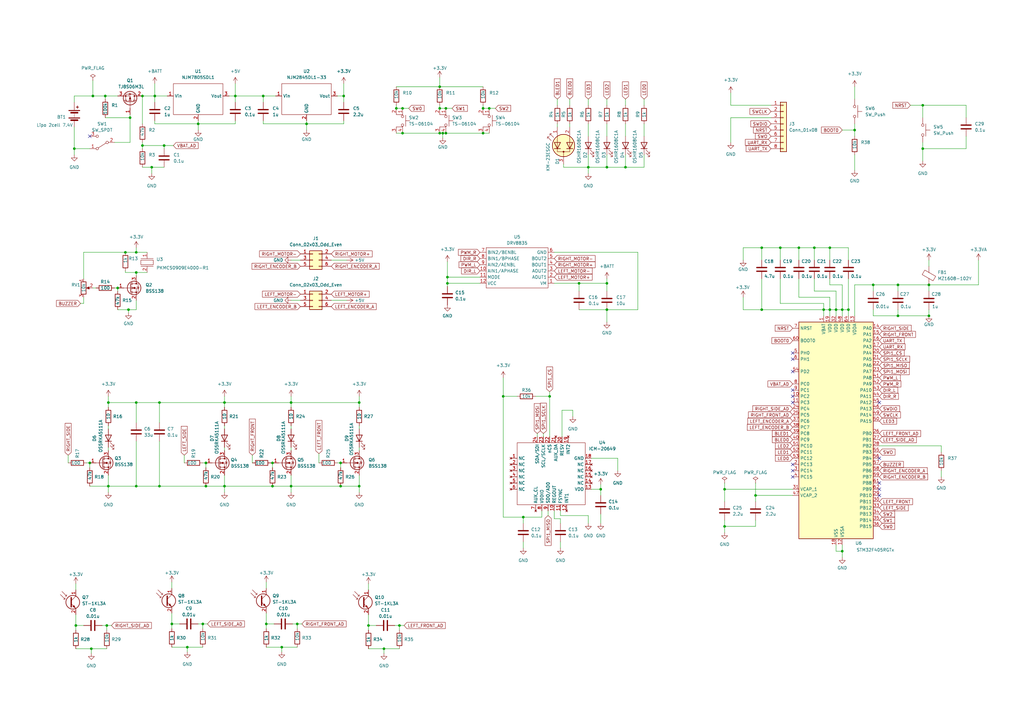
<source format=kicad_sch>
(kicad_sch (version 20230121) (generator eeschema)
  (paper "A3")
  (junction (at 31.115 256.54))
  (junction (at 345.44 127))
  (junction (at 52.705 127))
  (junction (at 65.405 165.1))
  (junction (at 96.52 39.37))
  (junction (at 256.54 68.58))
  (junction (at 43.815 256.54))
  (junction (at 111.76 199.39))
  (junction (at 327.66 101.6))
  (junction (at 55.88 199.39))
  (junction (at 115.57 265.43))
  (junction (at 312.42 101.6))
  (junction (at 340.36 101.6))
  (junction (at 297.18 200.66))
  (junction (at 214.63 212.09))
  (junction (at 381 116.84))
  (junction (at 36.83 189.865))
  (junction (at 140.97 39.37))
  (junction (at 84.455 189.865))
  (junction (at 198.12 44.45))
  (junction (at 44.45 199.39))
  (junction (at 320.04 101.6))
  (junction (at 76.835 265.43))
  (junction (at 180.34 35.56))
  (junction (at 340.36 127))
  (junction (at 350.52 53.34))
  (junction (at 163.83 256.54))
  (junction (at 111.76 189.865))
  (junction (at 165.1 54.61))
  (junction (at 119.38 165.1))
  (junction (at 65.405 199.39))
  (junction (at 368.3 129.54))
  (junction (at 309.88 203.2))
  (junction (at 51.435 103.505))
  (junction (at 38.1 39.37))
  (junction (at 121.92 255.905))
  (junction (at 183.515 116.205))
  (junction (at 157.48 266.065))
  (junction (at 183.515 113.665))
  (junction (at 147.32 199.39))
  (junction (at 381 129.54))
  (junction (at 180.34 44.45))
  (junction (at 55.88 111.76))
  (junction (at 206.375 162.56))
  (junction (at 181.61 54.61))
  (junction (at 55.88 103.505))
  (junction (at 58.42 59.69))
  (junction (at 147.32 165.1))
  (junction (at 378.46 60.96))
  (junction (at 312.42 127))
  (junction (at 58.42 39.37))
  (junction (at 139.7 199.39))
  (junction (at 53.34 48.26))
  (junction (at 368.3 116.84))
  (junction (at 151.13 256.54))
  (junction (at 70.485 255.905))
  (junction (at 165.1 44.45))
  (junction (at 63.5 39.37))
  (junction (at 347.98 127))
  (junction (at 67.31 59.69))
  (junction (at 83.185 255.905))
  (junction (at 84.455 199.39))
  (junction (at 241.3 68.58))
  (junction (at 62.23 68.58))
  (junction (at 48.26 118.11))
  (junction (at 334.01 101.6))
  (junction (at 345.44 226.06))
  (junction (at 119.38 199.39))
  (junction (at 125.73 50.8))
  (junction (at 180.34 54.61))
  (junction (at 248.92 116.205))
  (junction (at 55.88 165.1))
  (junction (at 92.075 165.1))
  (junction (at 358.14 116.84))
  (junction (at 237.49 116.205))
  (junction (at 182.88 54.61))
  (junction (at 43.18 39.37))
  (junction (at 139.7 189.865))
  (junction (at 225.425 162.56))
  (junction (at 109.22 255.905))
  (junction (at 182.88 44.45))
  (junction (at 337.82 127))
  (junction (at 162.56 44.45))
  (junction (at 248.92 68.58))
  (junction (at 342.9 127))
  (junction (at 248.92 127))
  (junction (at 30.48 60.96))
  (junction (at 81.28 50.8))
  (junction (at 107.95 39.37))
  (junction (at 44.45 165.1))
  (junction (at 92.075 199.39))
  (junction (at 200.66 44.45))
  (junction (at 37.465 266.065))
  (junction (at 297.18 215.9))
  (junction (at 378.46 43.18))
  (junction (at 198.12 54.61))
  (junction (at 246.38 200.66))
  (no_connect (at 325.12 144.78))
  (no_connect (at 360.68 198.12))
  (no_connect (at 325.12 195.58))
  (no_connect (at 360.68 200.66))
  (no_connect (at 360.68 165.1))
  (no_connect (at 325.12 152.4))
  (no_connect (at 360.68 203.2))
  (no_connect (at 325.12 162.56))
  (no_connect (at 325.12 193.04))
  (no_connect (at 325.12 165.1))
  (no_connect (at 360.68 187.96))
  (no_connect (at 36.83 55.88))
  (no_connect (at 325.12 160.02))
  (no_connect (at 325.12 190.5))
  (no_connect (at 325.12 147.32))
  (wire (pts (xy 340.36 101.6) (xy 347.98 101.6)))
  (wire (pts (xy 248.92 116.205) (xy 248.92 119.38)))
  (wire (pts (xy 140.97 34.29) (xy 140.97 39.37)))
  (wire (pts (xy 200.66 44.45) (xy 203.2 44.45)))
  (wire (pts (xy 233.68 50.8) (xy 233.68 52.07)))
  (wire (pts (xy 139.7 189.865) (xy 139.7 191.77)))
  (wire (pts (xy 381 127) (xy 381 129.54)))
  (wire (pts (xy 119.38 194.945) (xy 119.38 199.39)))
  (wire (pts (xy 340.36 101.6) (xy 340.36 106.68)))
  (wire (pts (xy 309.88 203.2) (xy 325.12 203.2)))
  (wire (pts (xy 81.28 49.53) (xy 81.28 50.8)))
  (wire (pts (xy 35.56 189.865) (xy 36.83 189.865)))
  (wire (pts (xy 30.48 39.37) (xy 38.1 39.37)))
  (wire (pts (xy 92.075 174.625) (xy 92.075 175.895)))
  (wire (pts (xy 67.31 59.69) (xy 67.31 60.96)))
  (wire (pts (xy 63.5 39.37) (xy 68.58 39.37)))
  (wire (pts (xy 157.48 266.065) (xy 163.83 266.065)))
  (wire (pts (xy 31.115 266.065) (xy 37.465 266.065)))
  (wire (pts (xy 34.29 124.46) (xy 33.02 124.46)))
  (wire (pts (xy 119.38 165.1) (xy 147.32 165.1)))
  (wire (pts (xy 44.45 199.39) (xy 55.88 199.39)))
  (wire (pts (xy 119.38 162.56) (xy 119.38 165.1)))
  (wire (pts (xy 229.87 211.455) (xy 241.3 211.455)))
  (wire (pts (xy 119.38 174.625) (xy 119.38 175.895)))
  (wire (pts (xy 157.48 266.065) (xy 157.48 267.97)))
  (wire (pts (xy 165.1 44.45) (xy 167.64 44.45)))
  (wire (pts (xy 27.94 186.69) (xy 27.94 189.865)))
  (wire (pts (xy 347.98 127) (xy 347.98 129.54)))
  (wire (pts (xy 48.26 118.11) (xy 48.26 119.38)))
  (wire (pts (xy 312.42 101.6) (xy 320.04 101.6)))
  (wire (pts (xy 109.22 238.76) (xy 109.22 241.3)))
  (wire (pts (xy 65.405 165.1) (xy 65.405 173.355)))
  (wire (pts (xy 256.54 50.8) (xy 256.54 55.88)))
  (wire (pts (xy 381 116.84) (xy 401.32 116.84)))
  (wire (pts (xy 309.88 203.2) (xy 309.88 205.74)))
  (wire (pts (xy 261.62 103.505) (xy 261.62 127)))
  (wire (pts (xy 63.5 34.29) (xy 63.5 39.37)))
  (wire (pts (xy 378.46 60.96) (xy 378.46 66.04)))
  (wire (pts (xy 347.98 106.68) (xy 347.98 101.6)))
  (wire (pts (xy 342.9 127) (xy 342.9 129.54)))
  (wire (pts (xy 264.16 50.8) (xy 264.16 55.88)))
  (wire (pts (xy 92.075 183.515) (xy 92.075 184.785)))
  (wire (pts (xy 183.515 116.205) (xy 183.515 117.475)))
  (wire (pts (xy 109.22 251.46) (xy 109.22 255.905)))
  (wire (pts (xy 111.76 189.865) (xy 111.76 191.77)))
  (wire (pts (xy 53.34 48.26) (xy 53.34 58.42)))
  (wire (pts (xy 119.38 183.515) (xy 119.38 184.785)))
  (wire (pts (xy 378.46 58.42) (xy 378.46 60.96)))
  (wire (pts (xy 264.16 40.64) (xy 264.16 43.18)))
  (wire (pts (xy 138.43 39.37) (xy 140.97 39.37)))
  (wire (pts (xy 227.33 212.725) (xy 229.87 212.725)))
  (wire (pts (xy 312.42 114.3) (xy 312.42 127)))
  (wire (pts (xy 107.95 50.8) (xy 125.73 50.8)))
  (wire (pts (xy 109.22 255.905) (xy 112.395 255.905)))
  (wire (pts (xy 368.3 116.84) (xy 368.3 119.38)))
  (wire (pts (xy 161.925 256.54) (xy 163.83 256.54)))
  (wire (pts (xy 30.48 60.96) (xy 36.83 60.96)))
  (wire (pts (xy 163.83 256.54) (xy 163.83 258.445)))
  (wire (pts (xy 350.52 50.8) (xy 350.52 53.34)))
  (wire (pts (xy 67.31 59.69) (xy 71.12 59.69)))
  (wire (pts (xy 340.36 121.92) (xy 340.36 127)))
  (wire (pts (xy 55.88 123.19) (xy 55.88 127)))
  (wire (pts (xy 304.8 127) (xy 312.42 127)))
  (wire (pts (xy 256.54 68.58) (xy 248.92 68.58)))
  (wire (pts (xy 92.075 165.1) (xy 119.38 165.1)))
  (wire (pts (xy 368.3 116.84) (xy 381 116.84)))
  (wire (pts (xy 44.45 174.625) (xy 44.45 175.895)))
  (wire (pts (xy 46.99 118.11) (xy 48.26 118.11)))
  (wire (pts (xy 140.97 39.37) (xy 140.97 41.91)))
  (wire (pts (xy 345.44 127) (xy 347.98 127)))
  (wire (pts (xy 180.34 54.61) (xy 181.61 54.61)))
  (wire (pts (xy 222.25 212.09) (xy 214.63 212.09)))
  (wire (pts (xy 345.44 53.34) (xy 350.52 53.34)))
  (wire (pts (xy 81.28 50.8) (xy 96.52 50.8)))
  (wire (pts (xy 147.32 162.56) (xy 147.32 165.1)))
  (wire (pts (xy 44.45 162.56) (xy 44.45 165.1)))
  (wire (pts (xy 51.435 111.125) (xy 51.435 111.76)))
  (wire (pts (xy 358.14 127) (xy 358.14 129.54)))
  (wire (pts (xy 206.375 212.09) (xy 214.63 212.09)))
  (wire (pts (xy 248.92 63.5) (xy 248.92 68.58)))
  (wire (pts (xy 241.3 68.58) (xy 241.3 71.12)))
  (wire (pts (xy 44.45 165.1) (xy 55.88 165.1)))
  (wire (pts (xy 151.13 252.095) (xy 151.13 256.54)))
  (wire (pts (xy 256.54 63.5) (xy 256.54 68.58)))
  (wire (pts (xy 368.3 129.54) (xy 381 129.54)))
  (wire (pts (xy 320.04 101.6) (xy 320.04 106.68)))
  (wire (pts (xy 299.72 48.26) (xy 299.72 58.42)))
  (wire (pts (xy 320.04 124.46) (xy 337.82 124.46)))
  (wire (pts (xy 30.48 52.07) (xy 30.48 60.96)))
  (wire (pts (xy 345.44 223.52) (xy 345.44 226.06)))
  (wire (pts (xy 386.08 182.88) (xy 386.08 185.42)))
  (wire (pts (xy 151.13 266.065) (xy 157.48 266.065)))
  (wire (pts (xy 31.115 256.54) (xy 31.115 258.445)))
  (wire (pts (xy 242.57 187.96) (xy 253.365 187.96)))
  (wire (pts (xy 58.42 59.69) (xy 58.42 60.96)))
  (wire (pts (xy 147.32 165.1) (xy 147.32 167.005)))
  (wire (pts (xy 340.36 127) (xy 340.36 129.54)))
  (wire (pts (xy 30.48 41.91) (xy 30.48 39.37)))
  (wire (pts (xy 220.345 177.8) (xy 220.345 179.07)))
  (wire (pts (xy 228.6 50.8) (xy 228.6 52.07)))
  (wire (pts (xy 151.13 256.54) (xy 151.13 258.445)))
  (wire (pts (xy 58.42 59.69) (xy 67.31 59.69)))
  (wire (pts (xy 162.56 54.61) (xy 165.1 54.61)))
  (wire (pts (xy 241.3 63.5) (xy 241.3 68.58)))
  (wire (pts (xy 63.5 50.8) (xy 81.28 50.8)))
  (wire (pts (xy 51.435 111.76) (xy 55.88 111.76)))
  (wire (pts (xy 55.88 103.505) (xy 60.325 103.505)))
  (wire (pts (xy 115.57 265.43) (xy 121.92 265.43)))
  (wire (pts (xy 206.375 162.56) (xy 206.375 212.09)))
  (wire (pts (xy 139.7 199.39) (xy 147.32 199.39)))
  (wire (pts (xy 162.56 43.18) (xy 162.56 44.45)))
  (wire (pts (xy 125.73 50.8) (xy 125.73 53.34)))
  (wire (pts (xy 151.13 239.395) (xy 151.13 241.935)))
  (wire (pts (xy 304.8 121.92) (xy 304.8 127)))
  (wire (pts (xy 44.45 183.515) (xy 44.45 184.785)))
  (wire (pts (xy 55.88 199.39) (xy 65.405 199.39)))
  (wire (pts (xy 76.835 265.43) (xy 76.835 267.335)))
  (wire (pts (xy 320.04 101.6) (xy 327.66 101.6)))
  (wire (pts (xy 229.87 209.55) (xy 229.87 211.455)))
  (wire (pts (xy 58.42 39.37) (xy 58.42 50.8)))
  (wire (pts (xy 224.79 209.55) (xy 224.79 211.455)))
  (wire (pts (xy 373.38 43.18) (xy 378.46 43.18)))
  (wire (pts (xy 237.49 127) (xy 248.92 127)))
  (wire (pts (xy 225.425 160.655) (xy 225.425 162.56)))
  (wire (pts (xy 65.405 180.975) (xy 65.405 199.39)))
  (wire (pts (xy 381 116.84) (xy 381 119.38)))
  (wire (pts (xy 109.22 255.905) (xy 109.22 257.81)))
  (wire (pts (xy 401.32 116.84) (xy 401.32 106.68)))
  (wire (pts (xy 312.42 127) (xy 337.82 127)))
  (wire (pts (xy 36.83 199.39) (xy 44.45 199.39)))
  (wire (pts (xy 214.63 222.25) (xy 214.63 224.79)))
  (wire (pts (xy 342.9 127) (xy 345.44 127)))
  (wire (pts (xy 231.14 68.58) (xy 231.14 67.31)))
  (wire (pts (xy 65.405 165.1) (xy 92.075 165.1)))
  (wire (pts (xy 37.465 266.065) (xy 37.465 267.97)))
  (wire (pts (xy 340.36 101.6) (xy 334.01 101.6)))
  (wire (pts (xy 53.34 46.99) (xy 53.34 48.26)))
  (wire (pts (xy 206.375 162.56) (xy 212.09 162.56)))
  (wire (pts (xy 121.92 255.905) (xy 123.825 255.905)))
  (wire (pts (xy 43.815 256.54) (xy 45.72 256.54)))
  (wire (pts (xy 198.12 43.18) (xy 198.12 44.45)))
  (wire (pts (xy 70.485 238.76) (xy 70.485 241.3)))
  (wire (pts (xy 246.38 198.755) (xy 246.38 200.66)))
  (wire (pts (xy 52.705 127) (xy 48.26 127)))
  (wire (pts (xy 34.29 103.505) (xy 34.29 114.3)))
  (wire (pts (xy 84.455 189.865) (xy 84.455 191.77)))
  (wire (pts (xy 183.515 116.205) (xy 196.85 116.205)))
  (wire (pts (xy 237.49 116.205) (xy 248.92 116.205)))
  (wire (pts (xy 378.46 60.96) (xy 396.24 60.96)))
  (wire (pts (xy 180.34 44.45) (xy 182.88 44.45)))
  (wire (pts (xy 246.38 200.66) (xy 246.38 203.2)))
  (wire (pts (xy 214.63 212.09) (xy 214.63 214.63)))
  (wire (pts (xy 180.34 35.56) (xy 198.12 35.56)))
  (wire (pts (xy 242.57 200.66) (xy 246.38 200.66)))
  (wire (pts (xy 63.5 39.37) (xy 63.5 41.91)))
  (wire (pts (xy 219.71 162.56) (xy 225.425 162.56)))
  (wire (pts (xy 350.52 53.34) (xy 350.52 55.88)))
  (wire (pts (xy 181.61 54.61) (xy 181.61 56.515)))
  (wire (pts (xy 309.88 198.12) (xy 309.88 203.2)))
  (wire (pts (xy 325.12 200.66) (xy 297.18 200.66)))
  (wire (pts (xy 38.1 118.11) (xy 39.37 118.11)))
  (wire (pts (xy 76.835 265.43) (xy 83.185 265.43)))
  (wire (pts (xy 230.505 179.07) (xy 230.505 168.275)))
  (wire (pts (xy 230.505 168.275) (xy 234.95 168.275)))
  (wire (pts (xy 246.38 210.82) (xy 246.38 214.63)))
  (wire (pts (xy 51.435 103.505) (xy 34.29 103.505)))
  (wire (pts (xy 342.9 119.38) (xy 342.9 127)))
  (wire (pts (xy 334.01 101.6) (xy 327.66 101.6)))
  (wire (pts (xy 299.72 38.1) (xy 299.72 43.18)))
  (wire (pts (xy 130.81 186.055) (xy 130.81 189.865)))
  (wire (pts (xy 248.92 127) (xy 248.92 132.08)))
  (wire (pts (xy 55.88 127) (xy 52.705 127)))
  (wire (pts (xy 83.185 189.865) (xy 84.455 189.865)))
  (wire (pts (xy 396.24 48.26) (xy 396.24 43.18)))
  (wire (pts (xy 241.3 40.64) (xy 241.3 43.18)))
  (wire (pts (xy 334.01 119.38) (xy 342.9 119.38)))
  (wire (pts (xy 151.13 256.54) (xy 154.305 256.54)))
  (wire (pts (xy 43.18 39.37) (xy 43.18 40.64)))
  (wire (pts (xy 163.83 256.54) (xy 165.735 256.54)))
  (wire (pts (xy 320.04 114.3) (xy 320.04 124.46)))
  (wire (pts (xy 41.91 256.54) (xy 43.815 256.54)))
  (wire (pts (xy 30.48 60.96) (xy 30.48 63.5)))
  (wire (pts (xy 111.76 199.39) (xy 119.38 199.39)))
  (wire (pts (xy 92.075 199.39) (xy 111.76 199.39)))
  (wire (pts (xy 38.1 39.37) (xy 43.18 39.37)))
  (wire (pts (xy 229.87 222.25) (xy 229.87 224.79)))
  (wire (pts (xy 81.28 50.8) (xy 81.28 53.34)))
  (wire (pts (xy 222.25 209.55) (xy 222.25 212.09)))
  (wire (pts (xy 55.88 180.975) (xy 55.88 199.39)))
  (wire (pts (xy 135.89 123.19) (xy 142.24 123.19)))
  (wire (pts (xy 345.44 127) (xy 345.44 129.54)))
  (wire (pts (xy 96.52 39.37) (xy 96.52 41.91)))
  (wire (pts (xy 228.6 40.64) (xy 228.6 43.18)))
  (wire (pts (xy 396.24 43.18) (xy 378.46 43.18)))
  (wire (pts (xy 58.42 58.42) (xy 58.42 59.69)))
  (wire (pts (xy 96.52 49.53) (xy 96.52 50.8)))
  (wire (pts (xy 119.38 165.1) (xy 119.38 167.005)))
  (wire (pts (xy 83.185 255.905) (xy 83.185 257.81)))
  (wire (pts (xy 182.88 44.45) (xy 185.42 44.45)))
  (wire (pts (xy 297.18 213.36) (xy 297.18 215.9)))
  (wire (pts (xy 147.32 199.39) (xy 147.32 201.93)))
  (wire (pts (xy 297.18 215.9) (xy 297.18 218.44)))
  (wire (pts (xy 121.92 255.905) (xy 121.92 257.81)))
  (wire (pts (xy 55.88 101.6) (xy 55.88 103.505)))
  (wire (pts (xy 227.33 209.55) (xy 227.33 212.725)))
  (wire (pts (xy 334.01 101.6) (xy 334.01 106.68)))
  (wire (pts (xy 125.73 50.8) (xy 140.97 50.8)))
  (wire (pts (xy 51.435 103.505) (xy 55.88 103.505)))
  (wire (pts (xy 43.18 48.26) (xy 53.34 48.26)))
  (wire (pts (xy 107.95 49.53) (xy 107.95 50.8)))
  (wire (pts (xy 46.99 58.42) (xy 53.34 58.42)))
  (wire (pts (xy 70.485 255.905) (xy 70.485 257.81)))
  (wire (pts (xy 75.565 186.69) (xy 75.565 189.865)))
  (wire (pts (xy 92.075 162.56) (xy 92.075 165.1)))
  (wire (pts (xy 241.3 68.58) (xy 231.14 68.58)))
  (wire (pts (xy 261.62 127) (xy 248.92 127)))
  (wire (pts (xy 345.44 226.06) (xy 345.44 228.6)))
  (wire (pts (xy 83.185 255.905) (xy 85.09 255.905)))
  (wire (pts (xy 327.66 114.3) (xy 327.66 121.92)))
  (wire (pts (xy 65.405 199.39) (xy 84.455 199.39)))
  (wire (pts (xy 52.705 127) (xy 52.705 128.27)))
  (wire (pts (xy 386.08 193.04) (xy 386.08 195.58)))
  (wire (pts (xy 120.015 255.905) (xy 121.92 255.905)))
  (wire (pts (xy 135.89 106.68) (xy 142.24 106.68)))
  (wire (pts (xy 63.5 49.53) (xy 63.5 50.8)))
  (wire (pts (xy 55.88 111.76) (xy 55.88 113.03)))
  (wire (pts (xy 358.14 116.84) (xy 368.3 116.84)))
  (wire (pts (xy 309.88 213.36) (xy 309.88 215.9)))
  (wire (pts (xy 37.465 266.065) (xy 43.815 266.065)))
  (wire (pts (xy 182.88 54.61) (xy 198.12 54.61)))
  (wire (pts (xy 340.36 114.3) (xy 340.36 116.84)))
  (wire (pts (xy 44.45 194.945) (xy 44.45 199.39)))
  (wire (pts (xy 138.43 189.865) (xy 139.7 189.865)))
  (wire (pts (xy 31.115 239.395) (xy 31.115 241.935)))
  (wire (pts (xy 111.125 189.865) (xy 111.76 189.865)))
  (wire (pts (xy 327.66 101.6) (xy 327.66 106.68)))
  (wire (pts (xy 180.34 43.18) (xy 180.34 44.45)))
  (wire (pts (xy 312.42 101.6) (xy 304.8 101.6)))
  (wire (pts (xy 327.66 121.92) (xy 340.36 121.92)))
  (wire (pts (xy 147.32 183.515) (xy 147.32 184.785)))
  (wire (pts (xy 96.52 34.29) (xy 96.52 39.37)))
  (wire (pts (xy 334.01 114.3) (xy 334.01 119.38)))
  (wire (pts (xy 44.45 165.1) (xy 44.45 167.005)))
  (wire (pts (xy 198.12 44.45) (xy 200.66 44.45)))
  (wire (pts (xy 107.95 39.37) (xy 113.03 39.37)))
  (wire (pts (xy 70.485 265.43) (xy 76.835 265.43)))
  (wire (pts (xy 125.73 49.53) (xy 125.73 50.8)))
  (wire (pts (xy 378.46 43.18) (xy 378.46 48.26)))
  (wire (pts (xy 299.72 48.26) (xy 316.23 48.26)))
  (wire (pts (xy 225.425 162.56) (xy 225.425 179.07)))
  (wire (pts (xy 38.1 33.02) (xy 38.1 39.37)))
  (wire (pts (xy 358.14 116.84) (xy 358.14 119.38)))
  (wire (pts (xy 253.365 187.96) (xy 253.365 193.04)))
  (wire (pts (xy 70.485 255.905) (xy 73.66 255.905)))
  (wire (pts (xy 183.515 107.315) (xy 183.515 113.665)))
  (wire (pts (xy 55.88 165.1) (xy 55.88 173.355)))
  (wire (pts (xy 147.32 174.625) (xy 147.32 175.895)))
  (wire (pts (xy 264.16 63.5) (xy 264.16 68.58)))
  (wire (pts (xy 162.56 44.45) (xy 165.1 44.45)))
  (wire (pts (xy 350.52 129.54) (xy 350.52 116.84)))
  (wire (pts (xy 304.8 101.6) (xy 304.8 106.68)))
  (wire (pts (xy 62.23 68.58) (xy 62.23 71.12)))
  (wire (pts (xy 248.92 40.64) (xy 248.92 43.18)))
  (wire (pts (xy 198.12 54.61) (xy 200.66 54.61)))
  (wire (pts (xy 241.3 211.455) (xy 241.3 214.63)))
  (wire (pts (xy 96.52 39.37) (xy 107.95 39.37)))
  (wire (pts (xy 234.95 168.275) (xy 234.95 170.815)))
  (wire (pts (xy 350.52 35.56) (xy 350.52 40.64)))
  (wire (pts (xy 48.26 39.37) (xy 43.18 39.37)))
  (wire (pts (xy 55.88 165.1) (xy 65.405 165.1)))
  (wire (pts (xy 206.375 154.94) (xy 206.375 162.56)))
  (wire (pts (xy 181.61 54.61) (xy 182.88 54.61)))
  (wire (pts (xy 70.485 251.46) (xy 70.485 255.905)))
  (wire (pts (xy 340.36 116.84) (xy 345.44 116.84)))
  (wire (pts (xy 297.18 198.12) (xy 297.18 200.66)))
  (wire (pts (xy 337.82 127) (xy 337.82 129.54)))
  (wire (pts (xy 337.82 127) (xy 340.36 127)))
  (wire (pts (xy 360.68 182.88) (xy 386.08 182.88)))
  (wire (pts (xy 299.72 43.18) (xy 316.23 43.18)))
  (wire (pts (xy 350.52 116.84) (xy 358.14 116.84)))
  (wire (pts (xy 31.115 256.54) (xy 34.29 256.54)))
  (wire (pts (xy 368.3 127) (xy 368.3 129.54)))
  (wire (pts (xy 342.9 226.06) (xy 345.44 226.06)))
  (wire (pts (xy 183.515 113.665) (xy 183.515 116.205)))
  (wire (pts (xy 92.075 194.945) (xy 92.075 199.39)))
  (wire (pts (xy 115.57 265.43) (xy 115.57 267.335)))
  (wire (pts (xy 44.45 199.39) (xy 44.45 201.93)))
  (wire (pts (xy 248.92 68.58) (xy 241.3 68.58)))
  (wire (pts (xy 147.32 194.945) (xy 147.32 199.39)))
  (wire (pts (xy 119.38 106.68) (xy 123.19 106.68)))
  (wire (pts (xy 55.88 111.76) (xy 60.325 111.76)))
  (wire (pts (xy 297.18 200.66) (xy 297.18 205.74)))
  (wire (pts (xy 396.24 60.96) (xy 396.24 55.88)))
  (wire (pts (xy 345.44 116.84) (xy 345.44 127)))
  (wire (pts (xy 103.505 186.69) (xy 103.505 189.865)))
  (wire (pts (xy 342.9 223.52) (xy 342.9 226.06)))
  (wire (pts (xy 92.075 199.39) (xy 92.075 201.93)))
  (wire (pts (xy 233.68 40.64) (xy 233.68 43.18)))
  (wire (pts (xy 309.88 215.9) (xy 297.18 215.9)))
  (wire (pts (xy 358.14 129.54) (xy 368.3 129.54)))
  (wire (pts (xy 93.98 39.37) (xy 96.52 39.37)))
  (wire (pts (xy 109.22 265.43) (xy 115.57 265.43)))
  (wire (pts (xy 84.455 199.39) (xy 92.075 199.39)))
  (wire (pts (xy 36.83 189.865) (xy 36.83 191.77)))
  (wire (pts (xy 227.33 116.205) (xy 237.49 116.205)))
  (wire (pts (xy 350.52 63.5) (xy 350.52 69.85)))
  (wire (pts (xy 241.3 50.8) (xy 241.3 55.88)))
  (wire (pts (xy 312.42 101.6) (xy 312.42 106.68)))
  (wire (pts (xy 140.97 49.53) (xy 140.97 50.8)))
  (wire (pts (xy 92.075 165.1) (xy 92.075 167.005)))
  (wire (pts (xy 256.54 40.64) (xy 256.54 43.18)))
  (wire (pts (xy 81.28 255.905) (xy 83.185 255.905)))
  (wire (pts (xy 248.92 50.8) (xy 248.92 55.88)))
  (wire (pts (xy 381 106.68) (xy 381 109.22)))
  (wire (pts (xy 119.38 199.39) (xy 119.38 201.93)))
  (wire (pts (xy 162.56 35.56) (xy 180.34 35.56)))
  (wire (pts (xy 180.34 31.75) (xy 180.34 35.56)))
  (wire (pts (xy 222.885 177.8) (xy 222.885 179.07)))
  (wire (pts (xy 43.815 256.54) (xy 43.815 258.445)))
  (wire (pts (xy 347.98 114.3) (xy 347.98 127)))
  (wire (pts (xy 227.33 103.505) (xy 261.62 103.505)))
  (wire (pts (xy 165.1 54.61) (xy 180.34 54.61)))
  (wire (pts (xy 248.92 114.3) (xy 248.92 116.205)))
  (wire (pts (xy 34.29 121.92) (xy 34.29 124.46)))
  (wire (pts (xy 107.95 41.91) (xy 107.95 39.37)))
  (wire (pts (xy 340.36 127) (xy 342.9 127)))
  (wire (pts (xy 58.42 39.37) (xy 63.5 39.37)))
  (wire (pts (xy 119.38 123.19) (xy 123.19 123.19)))
  (wire (pts (xy 337.82 124.46) (xy 337.82 127)))
  (wire (pts (xy 119.38 199.39) (xy 139.7 199.39)))
  (wire (pts (xy 237.49 116.205) (xy 237.49 119.38)))
  (wire (pts (xy 31.115 252.095) (xy 31.115 256.54)))
  (wire (pts (xy 229.87 212.725) (xy 229.87 214.63)))
  (wire (pts (xy 62.23 68.58) (xy 67.31 68.58)))
  (wire (pts (xy 264.16 68.58) (xy 256.54 68.58)))
  (wire (pts (xy 183.515 113.665) (xy 196.85 113.665)))
  (wire (pts (xy 58.42 68.58) (xy 62.23 68.58)))
  (global_label "NRST" (shape input) (at 316.23 53.34 180) (property "Intersheetrefs" "${INTERSHEET_REFS}" (effects hide)))
  (global_label "RIGHT_ENCODER_B" (shape input) (at 123.19 109.22 180) (property "Intersheetrefs" "${INTERSHEET_REFS}" (effects hide)))
  (global_label "LED0" (shape input) (at 325.12 187.96 180) (property "Intersheetrefs" "${INTERSHEET_REFS}" (effects hide)))
  (global_label "NRST" (shape input) (at 373.38 43.18 180) (property "Intersheetrefs" "${INTERSHEET_REFS}" (effects hide)))
  (global_label "RIGHT_MOTOR-" (shape input) (at 227.33 106.045 0) (property "Intersheetrefs" "${INTERSHEET_REFS}" (effects hide)))
  (global_label "SPI1_MISO" (shape input) (at 224.79 211.455 270) (property "Intersheetrefs" "${INTERSHEET_REFS}" (effects hide)))
  (global_label "BLED1" (shape input) (at 325.12 177.8 180) (property "Intersheetrefs" "${INTERSHEET_REFS}" (effects hide)))
  (global_label "NRST" (shape input) (at 325.12 134.62 180) (property "Intersheetrefs" "${INTERSHEET_REFS}" (effects hide)))
  (global_label "SPI1_SCLK" (shape input) (at 360.68 147.32 0) (property "Intersheetrefs" "${INTERSHEET_REFS}" (effects hide)))
  (global_label "RIGHT_FRONT" (shape input) (at 103.505 186.69 90) (property "Intersheetrefs" "${INTERSHEET_REFS}" (effects hide)))
  (global_label "PWM_R" (shape input) (at 360.68 157.48 0) (property "Intersheetrefs" "${INTERSHEET_REFS}" (effects hide)))
  (global_label "SPI1_CS" (shape input) (at 225.425 160.655 90) (property "Intersheetrefs" "${INTERSHEET_REFS}" (effects hide)))
  (global_label "RIGHT_MOTOR-" (shape input) (at 123.19 104.14 180) (property "Intersheetrefs" "${INTERSHEET_REFS}" (effects hide)))
  (global_label "LEFT_MOTOR+" (shape input) (at 227.33 113.665 0) (property "Intersheetrefs" "${INTERSHEET_REFS}" (effects hide)))
  (global_label "LED3" (shape input) (at 241.3 40.64 90) (property "Intersheetrefs" "${INTERSHEET_REFS}" (effects hide)))
  (global_label "SW1" (shape input) (at 185.42 44.45 0) (property "Intersheetrefs" "${INTERSHEET_REFS}" (effects hide)))
  (global_label "LEFT_FRONT_AD" (shape input) (at 165.735 256.54 0) (property "Intersheetrefs" "${INTERSHEET_REFS}" (effects hide)))
  (global_label "VBAT_AD" (shape input) (at 325.12 157.48 180) (property "Intersheetrefs" "${INTERSHEET_REFS}" (effects hide)))
  (global_label "LEFT_MOTOR-" (shape input) (at 123.19 120.65 180) (property "Intersheetrefs" "${INTERSHEET_REFS}" (effects hide)))
  (global_label "SPI1_CS" (shape input) (at 360.68 144.78 0) (property "Intersheetrefs" "${INTERSHEET_REFS}" (effects hide)))
  (global_label "SPI1_SCLK" (shape input) (at 222.885 177.8 90) (property "Intersheetrefs" "${INTERSHEET_REFS}" (effects hide)))
  (global_label "BOOT0" (shape input) (at 325.12 139.7 180) (property "Intersheetrefs" "${INTERSHEET_REFS}" (effects hide)))
  (global_label "LEFT_FRONT_AD" (shape input) (at 360.68 177.8 0) (property "Intersheetrefs" "${INTERSHEET_REFS}" (effects hide)))
  (global_label "LEFT_SIDE" (shape input) (at 75.565 186.69 90) (property "Intersheetrefs" "${INTERSHEET_REFS}" (effects hide)))
  (global_label "LEFT_SIDE" (shape input) (at 360.68 208.28 0) (property "Intersheetrefs" "${INTERSHEET_REFS}" (effects hide)))
  (global_label "UART_TX" (shape input) (at 360.68 139.7 0) (property "Intersheetrefs" "${INTERSHEET_REFS}" (effects hide)))
  (global_label "RIGHT_FRONT_AD" (shape input) (at 325.12 170.18 180) (property "Intersheetrefs" "${INTERSHEET_REFS}" (effects hide)))
  (global_label "BLED0" (shape input) (at 233.68 40.64 90) (property "Intersheetrefs" "${INTERSHEET_REFS}" (effects hide)))
  (global_label "RIGHT_ENCODER_A" (shape input) (at 360.68 193.04 0) (property "Intersheetrefs" "${INTERSHEET_REFS}" (effects hide)))
  (global_label "SW0" (shape input) (at 167.64 44.45 0) (property "Intersheetrefs" "${INTERSHEET_REFS}" (effects hide)))
  (global_label "SW2" (shape input) (at 203.2 44.45 0) (property "Intersheetrefs" "${INTERSHEET_REFS}" (effects hide)))
  (global_label "LEFT_SIDE_AD" (shape input) (at 85.09 255.905 0) (property "Intersheetrefs" "${INTERSHEET_REFS}" (effects hide)))
  (global_label "PWM_L" (shape input) (at 360.68 154.94 0) (property "Intersheetrefs" "${INTERSHEET_REFS}" (effects hide)))
  (global_label "LEFT_ENCODER_B" (shape input) (at 123.19 125.73 180) (property "Intersheetrefs" "${INTERSHEET_REFS}" (effects hide)))
  (global_label "DIR_R" (shape input) (at 360.68 162.56 0) (property "Intersheetrefs" "${INTERSHEET_REFS}" (effects hide)))
  (global_label "UART_RX" (shape input) (at 360.68 142.24 0) (property "Intersheetrefs" "${INTERSHEET_REFS}" (effects hide)))
  (global_label "UART_RX" (shape input) (at 316.23 58.42 180) (property "Intersheetrefs" "${INTERSHEET_REFS}" (effects hide)))
  (global_label "SPI1_MOSI" (shape input) (at 360.68 152.4 0) (property "Intersheetrefs" "${INTERSHEET_REFS}" (effects hide)))
  (global_label "RIGHT_MOTOR+" (shape input) (at 227.33 108.585 0) (property "Intersheetrefs" "${INTERSHEET_REFS}" (effects hide)))
  (global_label "LEFT_ENCODER_A" (shape input) (at 325.12 172.72 180) (property "Intersheetrefs" "${INTERSHEET_REFS}" (effects hide)))
  (global_label "RIGHT_SIDE" (shape input) (at 360.68 134.62 0) (property "Intersheetrefs" "${INTERSHEET_REFS}" (effects hide)))
  (global_label "BLED0" (shape input) (at 325.12 180.34 180) (property "Intersheetrefs" "${INTERSHEET_REFS}" (effects hide)))
  (global_label "SWCLK" (shape input) (at 360.68 170.18 0) (property "Intersheetrefs" "${INTERSHEET_REFS}" (effects hide)))
  (global_label "SPI1_MISO" (shape input) (at 360.68 149.86 0) (property "Intersheetrefs" "${INTERSHEET_REFS}" (effects hide)))
  (global_label "RIGHT_FRONT_AD" (shape input) (at 123.825 255.905 0) (property "Intersheetrefs" "${INTERSHEET_REFS}" (effects hide)))
  (global_label "LEFT_MOTOR-" (shape input) (at 227.33 111.125 0) (property "Intersheetrefs" "${INTERSHEET_REFS}" (effects hide)))
  (global_label "LED1" (shape input) (at 325.12 185.42 180) (property "Intersheetrefs" "${INTERSHEET_REFS}" (effects hide)))
  (global_label "SW1" (shape input) (at 360.68 213.36 0) (property "Intersheetrefs" "${INTERSHEET_REFS}" (effects hide)))
  (global_label "LED3" (shape input) (at 360.68 172.72 0) (property "Intersheetrefs" "${INTERSHEET_REFS}" (effects hide)))
  (global_label "BLED1" (shape input) (at 228.6 40.64 90) (property "Intersheetrefs" "${INTERSHEET_REFS}" (effects hide)))
  (global_label "SWDIO" (shape input) (at 360.68 167.64 0) (property "Intersheetrefs" "${INTERSHEET_REFS}" (effects hide)))
  (global_label "PWM_L" (shape input) (at 196.85 108.585 180) (property "Intersheetrefs" "${INTERSHEET_REFS}" (effects hide)))
  (global_label "BOOT0" (shape input) (at 345.44 53.34 180) (property "Intersheetrefs" "${INTERSHEET_REFS}" (effects hide)))
  (global_label "LEFT_SIDE_AD" (shape input) (at 360.68 180.34 0) (property "Intersheetrefs" "${INTERSHEET_REFS}" (effects hide)))
  (global_label "RIGHT_ENCODER_A" (shape input) (at 135.89 109.22 0) (property "Intersheetrefs" "${INTERSHEET_REFS}" (effects hide)))
  (global_label "LED0" (shape input) (at 264.16 40.64 90) (property "Intersheetrefs" "${INTERSHEET_REFS}" (effects hide)))
  (global_label "RIGHT_SIDE_AD" (shape input) (at 45.72 256.54 0) (property "Intersheetrefs" "${INTERSHEET_REFS}" (effects hide)))
  (global_label "VBAT_AD" (shape input) (at 71.12 59.69 0) (property "Intersheetrefs" "${INTERSHEET_REFS}" (effects hide)))
  (global_label "BUZZER" (shape input) (at 360.68 190.5 0) (property "Intersheetrefs" "${INTERSHEET_REFS}" (effects hide)))
  (global_label "SPI1_MOSI" (shape input) (at 220.345 177.8 90) (property "Intersheetrefs" "${INTERSHEET_REFS}" (effects hide)))
  (global_label "RIGHT_ENCODER_B" (shape input) (at 360.68 195.58 0) (property "Intersheetrefs" "${INTERSHEET_REFS}" (effects hide)))
  (global_label "LEFT_ENCODER_A" (shape input) (at 135.89 125.73 0) (property "Intersheetrefs" "${INTERSHEET_REFS}" (effects hide)))
  (global_label "SWDIO" (shape input) (at 316.23 50.8 180) (property "Intersheetrefs" "${INTERSHEET_REFS}" (effects hide)))
  (global_label "RIGHT_SIDE" (shape input) (at 27.94 186.69 90) (property "Intersheetrefs" "${INTERSHEET_REFS}" (effects hide)))
  (global_label "DIR_L" (shape input) (at 196.85 111.125 180) (property "Intersheetrefs" "${INTERSHEET_REFS}" (effects hide)))
  (global_label "RIGHT_SIDE_AD" (shape input) (at 325.12 167.64 180) (property "Intersheetrefs" "${INTERSHEET_REFS}" (effects hide)))
  (global_label "SWCLK" (shape input) (at 316.23 45.72 180) (property "Intersheetrefs" "${INTERSHEET_REFS}" (effects hide)))
  (global_label "PWM_R" (shape input) (at 196.85 103.505 180) (property "Intersheetrefs" "${INTERSHEET_REFS}" (effects hide)))
  (global_label "LED1" (shape input) (at 256.54 40.64 90) (property "Intersheetrefs" "${INTERSHEET_REFS}" (effects hide)))
  (global_label "SW0" (shape input) (at 360.68 215.9 0) (property "Intersheetrefs" "${INTERSHEET_REFS}" (effects hide)))
  (global_label "LED2" (shape input) (at 325.12 182.88 180) (property "Intersheetrefs" "${INTERSHEET_REFS}" (effects hide)))
  (global_label "BUZZER" (shape input) (at 33.02 124.46 180) (property "Intersheetrefs" "${INTERSHEET_REFS}" (effects hide)))
  (global_label "SWO" (shape input) (at 316.23 55.88 180) (property "Intersheetrefs" "${INTERSHEET_REFS}" (effects hide)))
  (global_label "SWO" (shape input) (at 360.68 185.42 0) (property "Intersheetrefs" "${INTERSHEET_REFS}" (effects hide)))
  (global_label "LEFT_FRONT" (shape input) (at 130.81 186.055 90) (property "Intersheetrefs" "${INTERSHEET_REFS}" (effects hide)))
  (global_label "LEFT_MOTOR+" (shape input) (at 135.89 120.65 0) (property "Intersheetrefs" "${INTERSHEET_REFS}" (effects hide)))
  (global_label "DIR_R" (shape input) (at 196.85 106.045 180) (property "Intersheetrefs" "${INTERSHEET_REFS}" (effects hide)))
  (global_label "SW2" (shape input) (at 360.68 210.82 0) (property "Intersheetrefs" "${INTERSHEET_REFS}" (effects hide)))
  (global_label "RIGHT_FRONT" (shape input) (at 360.68 137.16 0) (property "Intersheetrefs" "${INTERSHEET_REFS}" (effects hide)))
  (global_label "LED2" (shape input) (at 248.92 40.64 90) (property "Intersheetrefs" "${INTERSHEET_REFS}" (effects hide)))
  (global_label "LEFT_ENCODER_B" (shape input) (at 325.12 175.26 180) (property "Intersheetrefs" "${INTERSHEET_REFS}" (effects hide)))
  (global_label "RIGHT_MOTOR+" (shape input) (at 135.89 104.14 0) (property "Intersheetrefs" "${INTERSHEET_REFS}" (effects hide)))
  (global_label "UART_TX" (shape input) (at 316.23 60.96 180) (property "Intersheetrefs" "${INTERSHEET_REFS}" (effects hide)))
  (global_label "DIR_L" (shape input) (at 360.68 160.02 0) (property "Intersheetrefs" "${INTERSHEET_REFS}" (effects hide)))
  (global_label "LEFT_FRONT" (shape input) (at 360.68 205.74 0) (property "Intersheetrefs" "${INTERSHEET_REFS}" (effects hide)))
  (symbol (lib_id "Device:R") (at 51.435 107.315 0) (unit 1)
    (property "Reference" "R13" (at 52.705 106.045 0) (effects (justify left)))
    (property "Value" "1k" (at 51.435 107.95 90) (effects (justify left)))
  )
  (symbol (lib_id "power:GND") (at 183.515 125.095 0) (unit 1)
    (property "Reference" "#PWR042" (effects hide))
    (property "Value" "GND" (at 183.515 129.54 0))
  )
  (symbol (lib_id "Device:R") (at 79.375 189.865 90) (unit 1)
    (property "Reference" "R19" (at 79.375 187.96 0) (effects (justify left)))
    (property "Value" "100" (at 80.645 189.865 90) (effects (justify left)))
  )
  (symbol (lib_id "Device:R") (at 386.08 189.23 0) (unit 1)
    (property "Reference" "R37" (at 388.62 187.96 0) (effects (justify left)))
    (property "Value" "10k" (at 386.08 191.008 90) (effects (justify left)))
  )
  (symbol (lib_id "Connector_Generic:Conn_02x03_Odd_Even") (at 128.27 123.19 0) (unit 1)
    (property "Reference" "J2" (at 129.54 114.3 0))
    (property "Value" "Conn_02x03_Odd_Even" (at 129.54 116.84 0))
  )
  (symbol (lib_id "power:+3.3V") (at 304.8 121.92 0) (unit 1)
    (property "Reference" "#PWR045" (effects hide))
    (property "Value" "+3.3V" (at 304.546 117.856 0))
  )
  (symbol (lib_id "Device:R") (at 256.54 46.99 0) (unit 1)
    (property "Reference" "R8" (at 254 48.26 90) (effects (justify left)))
    (property "Value" "1k" (at 256.54 48.26 90) (effects (justify left)))
  )
  (symbol (lib_id "power:GND") (at 229.87 224.79 0) (unit 1)
    (property "Reference" "#PWR030" (effects hide))
    (property "Value" "GND" (at 229.87 229.87 0))
  )
  (symbol (lib_id "power:GND") (at 248.92 132.08 0) (unit 1)
    (property "Reference" "#PWR044" (effects hide))
    (property "Value" "GND" (at 248.92 136.525 0))
  )
  (symbol (lib_id "Device:C") (at 229.87 218.44 0) (unit 1)
    (property "Reference" "C13" (at 233.045 217.17 0) (effects (justify left)))
    (property "Value" "0.1u" (at 233.045 219.71 0) (effects (justify left)))
  )
  (symbol (lib_id "Device:C") (at 183.515 121.285 0) (unit 1)
    (property "Reference" "C15" (at 186.69 120.015 0) (effects (justify left)))
    (property "Value" "0.1u" (at 186.69 122.555 0) (effects (justify left)))
  )
  (symbol (lib_id "Device:Q_PMOS_GDS") (at 53.34 41.91 270) (mirror x) (unit 1)
    (property "Reference" "Q1" (at 53.34 33.02 90))
    (property "Value" " TJ8S06M3L" (at 53.34 35.56 90))
  )
  (symbol (lib_id "power:GND") (at 147.32 201.93 0) (unit 1)
    (property "Reference" "#PWR020" (effects hide))
    (property "Value" "GND" (at 147.32 207.01 0))
  )
  (symbol (lib_id "Device:C") (at 55.88 177.165 0) (unit 1)
    (property "Reference" "C6" (at 59.055 175.895 0) (effects (justify left)))
    (property "Value" "33u" (at 59.055 178.435 0) (effects (justify left)))
  )
  (symbol (lib_id "Device:R") (at 241.3 46.99 0) (unit 1)
    (property "Reference" "R6" (at 238.76 48.26 90) (effects (justify left)))
    (property "Value" "1k" (at 241.3 48.26 90) (effects (justify left)))
  )
  (symbol (lib_id "Device:R") (at 198.12 39.37 0) (unit 1)
    (property "Reference" "R12" (at 200.66 38.1 0) (effects (justify left)))
    (property "Value" "10k" (at 198.12 40.64 90) (effects (justify left)))
  )
  (symbol (lib_id "Device:Battery") (at 30.48 46.99 0) (unit 1)
    (property "Reference" "BT1" (at 23.368 48.006 0) (effects (justify left)))
    (property "Value" "Lipo 2cell 7.4V" (at 14.986 51.308 0) (effects (justify left)))
  )
  (symbol (lib_id "power:+3.3V") (at 44.45 162.56 0) (unit 1)
    (property "Reference" "#PWR013" (effects hide))
    (property "Value" "+3.3V" (at 44.45 157.48 0))
  )
  (symbol (lib_id "New_Library:PKMCS0909E4000-R1") (at 60.325 107.315 0) (unit 1)
    (property "Reference" "U3" (at 64.135 106.3625 0) (effects (justify left)))
    (property "Value" "PKMCS0909E4000-R1" (at 64.135 109.855 0) (effects (justify left)))
  )
  (symbol (lib_id "Device:R") (at 163.83 262.255 0) (unit 1)
    (property "Reference" "R35" (at 165.735 262.255 0) (effects (justify left)))
    (property "Value" "10k" (at 163.83 263.525 90) (effects (justify left)))
  )
  (symbol (lib_id "Device:R") (at 111.76 195.58 0) (unit 1)
    (property "Reference" "R23" (at 113.665 195.58 0) (effects (justify left)))
    (property "Value" "47k" (at 111.76 196.85 90) (effects (justify left)))
  )
  (symbol (lib_id "Device:C") (at 96.52 45.72 0) (unit 1)
    (property "Reference" "C3" (at 100.33 44.45 0) (effects (justify left)))
    (property "Value" "0.1u" (at 100.33 46.99 0) (effects (justify left)))
  )
  (symbol (lib_id "New_Library:DRV8835") (at 212.09 109.855 0) (unit 1)
    (property "Reference" "U5" (at 212.09 97.155 0))
    (property "Value" "DRV8835" (at 212.09 99.695 0))
  )
  (symbol (lib_id "Device:R") (at 147.32 170.815 0) (unit 1)
    (property "Reference" "R27" (at 149.225 170.815 0) (effects (justify left)))
    (property "Value" "10" (at 147.32 172.085 90) (effects (justify left)))
  )
  (symbol (lib_id "Device:R") (at 36.83 195.58 0) (unit 1)
    (property "Reference" "R18" (at 38.735 195.58 0) (effects (justify left)))
    (property "Value" "47k" (at 36.83 196.85 90) (effects (justify left)))
  )
  (symbol (lib_id "power:+3.3V") (at 299.72 38.1 0) (unit 1)
    (property "Reference" "#PWR056" (effects hide))
    (property "Value" "+3.3V" (at 299.72 32.766 0))
  )
  (symbol (lib_id "Device:R") (at 58.42 54.61 0) (unit 1)
    (property "Reference" "R2" (at 60.96 53.34 0) (effects (justify left)))
    (property "Value" "47k" (at 58.42 55.88 90) (effects (justify left)))
  )
  (symbol (lib_id "Device:R") (at 58.42 64.77 0) (unit 1)
    (property "Reference" "R3" (at 60.96 63.5 0) (effects (justify left)))
    (property "Value" "10k" (at 58.42 66.04 90) (effects (justify left)))
  )
  (symbol (lib_id "power:+BATT") (at 63.5 34.29 0) (unit 1)
    (property "Reference" "#PWR04" (effects hide))
    (property "Value" "+BATT" (at 63.5 29.21 0))
  )
  (symbol (lib_id "Device:R") (at 84.455 195.58 0) (unit 1)
    (property "Reference" "R20" (at 86.36 195.58 0) (effects (justify left)))
    (property "Value" "47k" (at 84.455 196.85 90) (effects (justify left)))
  )
  (symbol (lib_id "Device:Q_Photo_NPN") (at 28.575 247.015 0) (unit 1)
    (property "Reference" "Q7" (at 33.655 244.9957 0) (effects (justify left)))
    (property "Value" "ST-1KL3A" (at 33.655 247.5357 0) (effects (justify left)))
  )
  (symbol (lib_id "power:+3.3V") (at 31.115 239.395 0) (unit 1)
    (property "Reference" "#PWR021" (effects hide))
    (property "Value" "+3.3V" (at 31.115 235.585 0))
  )
  (symbol (lib_id "Device:C") (at 38.1 256.54 90) (unit 1)
    (property "Reference" "C8" (at 38.1 250.19 90))
    (property "Value" "0.01u" (at 38.1 252.73 90))
  )
  (symbol (lib_id "Device:R") (at 139.7 195.58 0) (unit 1)
    (property "Reference" "R26" (at 141.605 195.58 0) (effects (justify left)))
    (property "Value" "47k" (at 139.7 196.85 90) (effects (justify left)))
  )
  (symbol (lib_id "Device:R") (at 83.185 261.62 0) (unit 1)
    (property "Reference" "R31" (at 85.09 261.62 0) (effects (justify left)))
    (property "Value" "10k" (at 83.185 262.89 90) (effects (justify left)))
  )
  (symbol (lib_id "power:+3.3V") (at 119.38 162.56 0) (unit 1)
    (property "Reference" "#PWR017" (effects hide))
    (property "Value" "+3.3V" (at 119.38 157.48 0))
  )
  (symbol (lib_id "power:GND") (at 119.38 201.93 0) (unit 1)
    (property "Reference" "#PWR018" (effects hide))
    (property "Value" "GND" (at 119.38 207.01 0))
  )
  (symbol (lib_id "power:GND") (at 115.57 267.335 0) (unit 1)
    (property "Reference" "#PWR026" (effects hide))
    (property "Value" "GND" (at 115.57 272.415 0))
  )
  (symbol (lib_id "Switch:SW_SPDT") (at 41.91 58.42 180) (unit 1)
    (property "Reference" "SW1" (at 41.91 50.8 0))
    (property "Value" "SW_SPDT" (at 41.91 53.34 0))
  )
  (symbol (lib_id "Device:C") (at 107.95 45.72 0) (unit 1)
    (property "Reference" "C4" (at 111.76 44.45 0) (effects (justify left)))
    (property "Value" "1u" (at 111.76 46.99 0) (effects (justify left)))
  )
  (symbol (lib_id "Transistor_FET:BSS138") (at 144.78 189.865 0) (unit 1)
    (property "Reference" "Q6" (at 151.13 188.595 0) (effects (justify left)))
    (property "Value" "BSS138" (at 151.13 191.135 0) (effects (justify left)))
    (property "Footprint" "Package_TO_SOT_SMD:SOT-23" (effects hide))
    (property "Datasheet" "https://www.onsemi.com/pub/Collateral/BSS138-D.PDF" (effects hide))
  )
  (symbol (lib_id "Device:C") (at 358.14 123.19 0) (unit 1)
    (property "Reference" "C26" (at 359.156 120.65 0) (effects (justify left)))
    (property "Value" "0.01u" (at 359.156 125.73 0) (effects (justify left)))
  )
  (symbol (lib_id "MCU_ST_STM32F4:STM32F405RGTx") (at 342.9 177.8 0) (unit 1)
    (property "Reference" "U6" (at 350.774 222.758 0) (effects (justify left)))
    (property "Value" "STM32F405RGTx" (at 351.282 225.552 0) (effects (justify left)))
    (property "Footprint" "Package_QFP:LQFP-64_10x10mm_P0.5mm" (effects hide))
    (property "Datasheet" "https://www.st.com/resource/en/datasheet/stm32f405rg.pdf" (effects hide))
  )
  (symbol (lib_id "power:PWR_FLAG") (at 38.1 33.02 0) (unit 1)
    (property "Reference" "#FLG04" (effects hide))
    (property "Value" "PWR_FLAG" (at 38.1 27.94 0))
  )
  (symbol (lib_id "Device:R") (at 162.56 39.37 0) (unit 1)
    (property "Reference" "R10" (at 165.1 38.1 0) (effects (justify left)))
    (property "Value" "10k" (at 162.56 40.64 90) (effects (justify left)))
  )
  (symbol (lib_id "Switch:SW_MEC_5E") (at 198.12 49.53 270) (unit 1)
    (property "Reference" "SW4" (at 203.2 48.26 90) (effects (justify left)))
    (property "Value" "TS-06104" (at 203.2 50.8 90) (effects (justify left)))
    (property "Datasheet" "http://www.apem.com/int/index.php?controller=attachment&id_attachment=1371" (effects hide))
  )
  (symbol (lib_id "power:GND") (at 246.38 214.63 0) (unit 1)
    (property "Reference" "#PWR033" (effects hide))
    (property "Value" "GND" (at 246.38 219.71 0))
  )
  (symbol (lib_id "Device:LED") (at 44.45 179.705 90) (unit 1)
    (property "Reference" "D6" (at 38.735 178.435 0) (effects (justify right)))
    (property "Value" "OS5RKA5111A" (at 41.275 172.085 0) (effects (justify right)))
  )
  (symbol (lib_id "Device:C") (at 65.405 177.165 0) (unit 1)
    (property "Reference" "C7" (at 68.58 175.895 0) (effects (justify left)))
    (property "Value" "0.1u" (at 68.58 178.435 0) (effects (justify left)))
  )
  (symbol (lib_id "power:GND") (at 92.075 201.93 0) (unit 1)
    (property "Reference" "#PWR016" (effects hide))
    (property "Value" "GND" (at 92.075 207.01 0))
  )
  (symbol (lib_id "power:GND") (at 386.08 195.58 0) (unit 1)
    (property "Reference" "#PWR052" (effects hide))
    (property "Value" "GND" (at 386.08 200.152 0))
  )
  (symbol (lib_id "power:GND") (at 157.48 267.97 0) (unit 1)
    (property "Reference" "#PWR028" (effects hide))
    (property "Value" "GND" (at 157.48 273.05 0))
  )
  (symbol (lib_id "Device:LED") (at 264.16 59.69 90) (unit 1)
    (property "Reference" "D5" (at 262.89 62.23 0) (effects (justify right)))
    (property "Value" "OSHR1608C1A" (at 260.35 53.34 0) (effects (justify right)))
  )
  (symbol (lib_id "power:+3.3V") (at 92.075 162.56 0) (unit 1)
    (property "Reference" "#PWR015" (effects hide))
    (property "Value" "+3.3V" (at 92.075 157.48 0))
  )
  (symbol (lib_id "power:GND") (at 81.28 53.34 0) (unit 1)
    (property "Reference" "#PWR03" (effects hide))
    (property "Value" "GND" (at 81.28 57.15 0))
  )
  (symbol (lib_id "power:GND") (at 119.38 123.19 270) (unit 1)
    (property "Reference" "#PWR039" (effects hide))
    (property "Value" "GND" (at 116.205 123.19 90) (effects (justify right)))
  )
  (symbol (lib_id "power:+3.3V") (at 55.88 101.6 0) (unit 1)
    (property "Reference" "#PWR011" (effects hide))
    (property "Value" "+3.3V" (at 55.88 97.155 0))
  )
  (symbol (lib_id "power:GND") (at 119.38 106.68 270) (unit 1)
    (property "Reference" "#PWR037" (effects hide))
    (property "Value" "GND" (at 116.205 106.68 90) (effects (justify right)))
  )
  (symbol (lib_id "power:+3.3V") (at 246.38 198.755 0) (unit 1)
    (property "Reference" "#PWR032" (effects hide))
    (property "Value" "+3.3V" (at 246.38 194.31 0))
  )
  (symbol (lib_id "power:+3.3V") (at 140.97 34.29 0) (unit 1)
    (property "Reference" "#PWR07" (effects hide))
    (property "Value" "+3.3V" (at 140.97 29.21 0))
  )
  (symbol (lib_id "Connector_Generic:Conn_01x08") (at 321.31 50.8 0) (unit 1)
    (property "Reference" "J3" (at 323.596 50.8 0) (effects (justify left)))
    (property "Value" "Conn_01x08" (at 323.596 53.34 0) (effects (justify left)))
  )
  (symbol (lib_id "Device:LED") (at 248.92 59.69 90) (unit 1)
    (property "Reference" "D3" (at 247.65 62.23 0) (effects (justify right)))
    (property "Value" "OSHR1608C1A" (at 245.11 53.34 0) (effects (justify right)))
  )
  (symbol (lib_id "Device:Q_Photo_NPN") (at 106.68 246.38 0) (unit 1)
    (property "Reference" "Q9" (at 111.76 244.3607 0) (effects (justify left)))
    (property "Value" "ST-1KL3A" (at 111.76 246.9007 0) (effects (justify left)))
  )
  (symbol (lib_id "Device:R") (at 350.52 59.69 0) (unit 1)
    (property "Reference" "R38" (at 353.06 58.42 0) (effects (justify left)))
    (property "Value" "10k" (at 350.52 61.214 90) (effects (justify left)))
  )
  (symbol (lib_id "Device:C") (at 347.98 110.49 0) (unit 1)
    (property "Reference" "C23" (at 348.996 107.188 0) (effects (justify left)))
    (property "Value" "0.1u" (at 348.996 113.284 0) (effects (justify left)))
  )
  (symbol (lib_id "Device:R") (at 264.16 46.99 0) (unit 1)
    (property "Reference" "R9" (at 261.62 48.26 90) (effects (justify left)))
    (property "Value" "1k" (at 264.16 48.26 90) (effects (justify left)))
  )
  (symbol (lib_id "Device:R") (at 44.45 170.815 0) (unit 1)
    (property "Reference" "R16" (at 46.355 170.815 0) (effects (justify left)))
    (property "Value" "10" (at 44.45 172.085 90) (effects (justify left)))
  )
  (symbol (lib_id "Transistor_FET:BSS138") (at 41.91 189.865 0) (unit 1)
    (property "Reference" "Q3" (at 46.99 187.96 0) (effects (justify left)))
    (property "Value" "BSS138" (at 46.99 190.5 0) (effects (justify left)))
    (property "Footprint" "Package_TO_SOT_SMD:SOT-23" (effects hide))
    (property "Datasheet" "https://www.onsemi.com/pub/Collateral/BSS138-D.PDF" (effects hide))
  )
  (symbol (lib_id "Connector_Generic:Conn_02x03_Odd_Even") (at 128.27 106.68 0) (unit 1)
    (property "Reference" "J1" (at 129.54 97.79 0))
    (property "Value" "Conn_02x03_Odd_Even" (at 129.54 100.33 0))
  )
  (symbol (lib_id "New_Library:NJM2845DL1-33") (at 125.73 39.37 0) (unit 1)
    (property "Reference" "U2" (at 125.73 29.21 0))
    (property "Value" "NJM2845DL1-33" (at 125.73 31.75 0))
  )
  (symbol (lib_id "power:+3.3V") (at 206.375 154.94 0) (unit 1)
    (property "Reference" "#PWR036" (effects hide))
    (property "Value" "+3.3V" (at 206.375 149.86 0))
  )
  (symbol (lib_id "Device:C") (at 237.49 123.19 0) (unit 1)
    (property "Reference" "C16" (at 241.3 121.92 0) (effects (justify left)))
    (property "Value" "0.1u" (at 241.3 124.46 0) (effects (justify left)))
  )
  (symbol (lib_id "Device:C") (at 297.18 209.55 0) (unit 1)
    (property "Reference" "C25" (at 300.482 208.28 0) (effects (justify left)))
    (property "Value" "2.2u" (at 300.482 210.82 0) (effects (justify left)))
  )
  (symbol (lib_id "Device:R") (at 233.68 46.99 0) (unit 1)
    (property "Reference" "R5" (at 231.14 48.26 90) (effects (justify left)))
    (property "Value" "1k" (at 233.68 48.26 90) (effects (justify left)))
  )
  (symbol (lib_id "power:GND") (at 241.3 214.63 0) (unit 1)
    (property "Reference" "#PWR031" (effects hide))
    (property "Value" "GND" (at 241.3 219.71 0))
  )
  (symbol (lib_id "power:+3.3V") (at 109.22 238.76 0) (unit 1)
    (property "Reference" "#PWR025" (effects hide))
    (property "Value" "+3.3V" (at 109.22 234.95 0))
  )
  (symbol (lib_id "power:+3.3V") (at 350.52 35.56 0) (unit 1)
    (property "Reference" "#PWR054" (effects hide))
    (property "Value" "+3.3V" (at 350.52 30.226 0))
  )
  (symbol (lib_id "power:+3.3V") (at 183.515 107.315 0) (unit 1)
    (property "Reference" "#PWR041" (effects hide))
    (property "Value" "+3.3V" (at 183.515 102.235 0))
  )
  (symbol (lib_id "power:+3.3V") (at 151.13 239.395 0) (unit 1)
    (property "Reference" "#PWR027" (effects hide))
    (property "Value" "+3.3V" (at 151.13 235.585 0))
  )
  (symbol (lib_id "power:GND") (at 304.8 106.68 0) (unit 1)
    (property "Reference" "#PWR046" (effects hide))
    (property "Value" "GND" (at 304.8 110.49 0))
  )
  (symbol (lib_id "power:+BATT") (at 248.92 114.3 0) (unit 1)
    (property "Reference" "#PWR043" (effects hide))
    (property "Value" "+BATT" (at 248.92 109.22 0))
  )
  (symbol (lib_id "Device:C") (at 77.47 255.905 90) (unit 1)
    (property "Reference" "C9" (at 77.47 249.555 90))
    (property "Value" "0.01u" (at 77.47 252.095 90))
  )
  (symbol (lib_id "power:GND") (at 62.23 71.12 0) (unit 1)
    (property "Reference" "#PWR02" (effects hide))
    (property "Value" "GND" (at 62.23 76.2 0))
  )
  (symbol (lib_id "Device:R") (at 228.6 46.99 0) (unit 1)
    (property "Reference" "R4" (at 226.06 48.26 90) (effects (justify left)))
    (property "Value" "1k" (at 228.6 48.26 90) (effects (justify left)))
  )
  (symbol (lib_id "Device:C") (at 63.5 45.72 0) (unit 1)
    (property "Reference" "C2" (at 67.31 44.45 0) (effects (justify left)))
    (property "Value" "1u" (at 67.31 46.99 0) (effects (justify left)))
  )
  (symbol (lib_id "power:GND") (at 345.44 228.6 0) (unit 1)
    (property "Reference" "#PWR047" (effects hide))
    (property "Value" "GND" (at 345.44 232.918 0))
  )
  (symbol (lib_id "power:+5V") (at 142.24 123.19 270) (unit 1)
    (property "Reference" "#PWR040" (effects hide))
    (property "Value" "+5V" (at 145.415 123.19 90) (effects (justify left)))
  )
  (symbol (lib_id "New_Library:ICM-20649") (at 226.06 194.31 0) (unit 1)
    (property "Reference" "U4" (at 247.015 181.5083 0))
    (property "Value" "ICM-20649" (at 247.015 184.0483 0))
  )
  (symbol (lib_id "Device:R") (at 48.26 123.19 0) (unit 1)
    (property "Reference" "R15" (at 50.165 123.19 0) (effects (justify left)))
    (property "Value" "47k" (at 48.26 125.095 90) (effects (justify left)))
  )
  (symbol (lib_id "Switch:SW_MEC_5E") (at 180.34 49.53 270) (unit 1)
    (property "Reference" "SW3" (at 185.42 48.26 90) (effects (justify left)))
    (property "Value" "TS-06104" (at 185.42 50.8 90) (effects (justify left)))
    (property "Datasheet" "http://www.apem.com/int/index.php?controller=attachment&id_attachment=1371" (effects hide))
  )
  (symbol (lib_id "Device:C") (at 116.205 255.905 90) (unit 1)
    (property "Reference" "C10" (at 116.205 249.555 90))
    (property "Value" "0.01u" (at 116.205 252.095 90))
  )
  (symbol (lib_id "Device:C") (at 312.42 110.49 0) (unit 1)
    (property "Reference" "C18" (at 313.436 107.188 0) (effects (justify left)))
    (property "Value" "4.7u" (at 313.436 113.284 0) (effects (justify left)))
  )
  (symbol (lib_id "Device:C") (at 320.04 110.49 0) (unit 1)
    (property "Reference" "C19" (at 321.056 107.188 0) (effects (justify left)))
    (property "Value" "0.1u" (at 321.056 113.284 0) (effects (justify left)))
  )
  (symbol (lib_id "power:+3.3VA") (at 401.32 106.68 0) (unit 1)
    (property "Reference" "#PWR051" (effects hide))
    (property "Value" "+3.3VA" (at 401.32 102.362 0))
  )
  (symbol (lib_id "power:GND") (at 378.46 66.04 0) (unit 1)
    (property "Reference" "#PWR053" (effects hide))
    (property "Value" "GND" (at 378.46 71.12 0))
  )
  (symbol (lib_id "Device:LED_Dual_AAK") (at 231.14 59.69 90) (unit 1)
    (property "Reference" "D1" (at 228.6 64.77 0) (effects (justify right)))
    (property "Value" "KM-23ESGC" (at 224.79 58.42 0) (effects (justify right)))
  )
  (symbol (lib_id "Switch:SW_Push") (at 378.46 53.34 270) (unit 1)
    (property "Reference" "SW5" (at 382.778 52.07 90) (effects (justify left)))
    (property "Value" "SW_Push" (at 382.778 54.61 90) (effects (justify left)))
  )
  (symbol (lib_id "power:+5V") (at 96.52 34.29 0) (unit 1)
    (property "Reference" "#PWR06" (effects hide))
    (property "Value" "+5V" (at 96.52 29.21 0))
  )
  (symbol (lib_id "Device:R") (at 180.34 39.37 0) (unit 1)
    (property "Reference" "R11" (at 182.88 38.1 0) (effects (justify left)))
    (property "Value" "10k" (at 180.34 40.64 90) (effects (justify left)))
  )
  (symbol (lib_id "Device:C") (at 396.24 52.07 0) (unit 1)
    (property "Reference" "C29" (at 399.796 50.8 0) (effects (justify left)))
    (property "Value" "0.1u" (at 399.796 53.34 0) (effects (justify left)))
  )
  (symbol (lib_id "Device:Q_Photo_NPN") (at 67.945 246.38 0) (unit 1)
    (property "Reference" "Q8" (at 73.025 244.3607 0) (effects (justify left)))
    (property "Value" "ST-1KL3A" (at 73.025 246.9007 0) (effects (justify left)))
  )
  (symbol (lib_id "Switch:SW_MEC_5E") (at 162.56 49.53 270) (unit 1)
    (property "Reference" "SW2" (at 167.64 48.26 90) (effects (justify left)))
    (property "Value" "TS-06104" (at 167.64 50.8 90) (effects (justify left)))
    (property "Datasheet" "http://www.apem.com/int/index.php?controller=attachment&id_attachment=1371" (effects hide))
  )
  (symbol (lib_id "power:GND") (at 76.835 267.335 0) (unit 1)
    (property "Reference" "#PWR024" (effects hide))
    (property "Value" "GND" (at 76.835 272.415 0))
  )
  (symbol (lib_id "Device:C") (at 327.66 110.49 0) (unit 1)
    (property "Reference" "C20" (at 328.676 107.188 0) (effects (justify left)))
    (property "Value" "0.1u" (at 328.676 113.284 0) (effects (justify left)))
  )
  (symbol (lib_id "Device:R") (at 43.815 262.255 0) (unit 1)
    (property "Reference" "R29" (at 45.72 262.255 0) (effects (justify left)))
    (property "Value" "10k" (at 43.815 263.525 90) (effects (justify left)))
  )
  (symbol (lib_id "Device:LED") (at 241.3 59.69 90) (unit 1)
    (property "Reference" "D2" (at 240.03 62.23 0) (effects (justify right)))
    (property "Value" "OSHR1608C1A" (at 237.49 53.34 0) (effects (justify right)))
  )
  (symbol (lib_id "Device:R") (at 248.92 46.99 0) (unit 1)
    (property "Reference" "R7" (at 246.38 48.26 90) (effects (justify left)))
    (property "Value" "1k" (at 248.92 48.26 90) (effects (justify left)))
  )
  (symbol (lib_id "power:GND") (at 297.18 218.44 0) (unit 1)
    (property "Reference" "#PWR048" (effects hide))
    (property "Value" "GND" (at 297.18 223.266 0))
  )
  (symbol (lib_id "Device:C") (at 334.01 110.49 0) (unit 1)
    (property "Reference" "C21" (at 335.026 107.188 0) (effects (justify left)))
    (property "Value" "0.1u" (at 335.026 113.284 0) (effects (justify left)))
  )
  (symbol (lib_id "power:GND") (at 350.52 69.85 0) (unit 1)
    (property "Reference" "#PWR055" (effects hide))
    (property "Value" "GND" (at 350.52 74.168 0))
  )
  (symbol (lib_id "power:+3.3V") (at 147.32 162.56 0) (unit 1)
    (property "Reference" "#PWR019" (effects hide))
    (property "Value" "+3.3V" (at 147.32 157.48 0))
  )
  (symbol (lib_id "power:GND") (at 44.45 201.93 0) (unit 1)
    (property "Reference" "#PWR014" (effects hide))
    (property "Value" "GND" (at 44.45 207.01 0))
  )
  (symbol (lib_id "power:+5V") (at 142.24 106.68 270) (unit 1)
    (property "Reference" "#PWR038" (effects hide))
    (property "Value" "+5V" (at 145.415 106.68 90) (effects (justify left)))
  )
  (symbol (lib_id "Device:C") (at 140.97 45.72 0) (unit 1)
    (property "Reference" "C5" (at 144.78 44.45 0) (effects (justify left)))
    (property "Value" "2.2u" (at 144.78 46.99 0) (effects (justify left)))
  )
  (symbol (lib_id "Device:R") (at 43.18 44.45 0) (unit 1)
    (property "Reference" "R1" (at 45.72 43.18 0) (effects (justify left)))
    (property "Value" "100k" (at 43.18 46.99 90) (effects (justify left)))
  )
  (symbol (lib_id "power:GND") (at 181.61 56.515 0) (unit 1)
    (property "Reference" "#PWR010" (effects hide))
    (property "Value" "GND" (at 181.61 60.325 0))
  )
  (symbol (lib_id "Device:LED") (at 92.075 179.705 90) (unit 1)
    (property "Reference" "D7" (at 86.995 178.435 0) (effects (justify right)))
    (property "Value" "OS5RKA5111A" (at 88.9 172.72 0) (effects (justify right)))
  )
  (symbol (lib_id "Device:C") (at 340.36 110.49 0) (unit 1)
    (property "Reference" "C22" (at 341.376 107.188 0) (effects (justify left)))
    (property "Value" "0.1u" (at 341.376 113.284 0) (effects (justify left)))
  )
  (symbol (lib_id "Device:C") (at 214.63 218.44 0) (unit 1)
    (property "Reference" "C12" (at 217.805 217.17 0) (effects (justify left)))
    (property "Value" "0.1u" (at 217.805 219.71 0) (effects (justify left)))
  )
  (symbol (lib_id "Transistor_FET:BSS138") (at 53.34 118.11 0) (unit 1)
    (property "Reference" "Q2" (at 59.69 116.84 0) (effects (justify left)))
    (property "Value" "BSS138" (at 59.69 119.38 0) (effects (justify left)))
    (property "Footprint" "Package_TO_SOT_SMD:SOT-23" (effects hide))
    (property "Datasheet" "https://www.onsemi.com/pub/Collateral/BSS138-D.PDF" (effects hide))
  )
  (symbol (lib_id "Transistor_FET:BSS138") (at 116.84 189.865 0) (unit 1)
    (property "Reference" "Q5" (at 121.92 188.595 0) (effects (justify left)))
    (property "Value" "BSS138" (at 121.92 191.135 0) (effects (justify left)))
    (property "Footprint" "Package_TO_SOT_SMD:SOT-23" (effects hide))
    (property "Datasheet" "https://www.onsemi.com/pub/Collateral/BSS138-D.PDF" (effects hide))
  )
  (symbol (lib_id "power:PWR_FLAG") (at 309.88 198.12 0) (unit 1)
    (property "Reference" "#FLG01" (effects hide))
    (property "Value" "PWR_FLAG" (at 309.88 193.802 0))
  )
  (symbol (lib_id "power:+3.3V") (at 180.34 31.75 0) (unit 1)
    (property "Reference" "#PWR09" (effects hide))
    (property "Value" "+3.3V" (at 180.34 27.94 0))
  )
  (symbol (lib_id "power:GND") (at 37.465 267.97 0) (unit 1)
    (property "Reference" "#PWR022" (effects hide))
    (property "Value" "GND" (at 37.465 273.05 0))
  )
  (symbol (lib_id "Device:LED") (at 119.38 179.705 90) (unit 1)
    (property "Reference" "D8" (at 114.3 178.435 0) (effects (justify right)))
    (property "Value" "OS5RKA5111A" (at 116.205 172.72 0) (effects (justify right)))
  )
  (symbol (lib_id "Device:LED") (at 147.32 179.705 90) (unit 1)
    (property "Reference" "D9" (at 142.24 178.435 0) (effects (justify right)))
    (property "Value" "OS5RKA5111A" (at 144.145 173.355 0) (effects (justify right)))
  )
  (symbol (lib_id "power:GND") (at 52.705 128.27 0) (unit 1)
    (property "Reference" "#PWR012" (effects hide))
    (property "Value" "GND" (at 52.705 132.715 0))
  )
  (symbol (lib_id "Device:R") (at 31.75 189.865 90) (unit 1)
    (property "Reference" "R17" (at 31.75 187.96 0) (effects (justify left)))
    (property "Value" "100" (at 33.02 189.865 90) (effects (justify left)))
  )
  (symbol (lib_id "Device:R_Potentiometer") (at 34.29 118.11 0) (unit 1)
    (property "Reference" "RV1" (at 33.02 116.84 0) (effects (justify right)))
    (property "Value" "10k" (at 34.29 116.205 90) (effects (justify right)))
  )
  (symbol (lib_id "power:GND") (at 234.95 170.815 0) (unit 1)
    (property "Reference" "#PWR035" (effects hide))
    (property "Value" "GND" (at 234.95 175.895 0))
  )
  (symbol (lib_id "Device:R") (at 119.38 170.815 0) (unit 1)
    (property "Reference" "R24" (at 121.285 170.815 0) (effects (justify left)))
    (property "Value" "10" (at 119.38 172.085 90) (effects (justify left)))
  )
  (symbol (lib_id "power:GND") (at 299.72 58.42 0) (unit 1)
    (property "Reference" "#PWR057" (effects hide))
    (property "Value" "GND" (at 299.72 63.246 0))
  )
  (symbol (lib_id "Switch:SW_Push") (at 350.52 45.72 270) (unit 1)
    (property "Reference" "SW6" (at 354.838 44.45 90) (effects (justify left)))
    (property "Value" "SW_Push" (at 354.838 46.99 90) (effects (justify left)))
  )
  (symbol (lib_id "Transistor_FET:BSS138") (at 89.535 189.865 0) (unit 1)
    (property "Reference" "Q4" (at 94.615 188.595 0) (effects (justify left)))
    (property "Value" "BSS138" (at 94.615 191.135 0) (effects (justify left)))
    (property "Footprint" "Package_TO_SOT_SMD:SOT-23" (effects hide))
    (property "Datasheet" "https://www.onsemi.com/pub/Collateral/BSS138-D.PDF" (effects hide))
  )
  (symbol (lib_id "Device:Q_Photo_NPN") (at 148.59 247.015 0) (unit 1)
    (property "Reference" "Q10" (at 153.67 244.9957 0) (effects (justify left)))
    (property "Value" "ST-1KL3A" (at 153.67 247.5357 0) (effects (justify left)))
  )
  (symbol (lib_id "Device:LED") (at 256.54 59.69 90) (unit 1)
    (property "Reference" "D4" (at 255.27 62.23 0) (effects (justify right)))
    (property "Value" "OSHR1608C1A" (at 252.73 53.34 0) (effects (justify right)))
  )
  (symbol (lib_id "Device:R") (at 92.075 170.815 0) (unit 1)
    (property "Reference" "R21" (at 93.98 170.815 0) (effects (justify left)))
    (property "Value" "10" (at 92.075 172.085 90) (effects (justify left)))
  )
  (symbol (lib_id "Device:R") (at 109.22 261.62 0) (unit 1)
    (property "Reference" "R32" (at 111.125 261.62 0) (effects (justify left)))
    (property "Value" "1k" (at 109.22 262.89 90) (effects (justify left)))
  )
  (symbol (lib_id "Device:R") (at 70.485 261.62 0) (unit 1)
    (property "Reference" "R30" (at 72.39 261.62 0) (effects (justify left)))
    (property "Value" "1k" (at 70.485 262.89 90) (effects (justify left)))
  )
  (symbol (lib_id "power:+3.3V") (at 70.485 238.76 0) (unit 1)
    (property "Reference" "#PWR023" (effects hide))
    (property "Value" "+3.3V" (at 70.485 234.95 0))
  )
  (symbol (lib_id "power:GND") (at 381 129.54 0) (unit 1)
    (property "Reference" "#PWR049" (effects hide))
    (property "Value" "GND" (at 381 133.096 0))
  )
  (symbol (lib_id "power:GND") (at 241.3 71.12 0) (unit 1)
    (property "Reference" "#PWR08" (effects hide))
    (property "Value" "GND" (at 241.3 76.2 0))
  )
  (symbol (lib_id "New_Library:NJM7805SDL1") (at 81.28 39.37 0) (unit 1)
    (property "Reference" "U1" (at 81.28 29.21 0))
    (property "Value" "NJM7805SDL1" (at 81.28 31.75 0))
  )
  (symbol (lib_id "Device:R") (at 215.9 162.56 90) (unit 1)
    (property "Reference" "R36" (at 215.9 160.02 90))
    (property "Value" "10k" (at 215.9 162.56 90))
  )
  (symbol (lib_id "Device:C") (at 368.3 123.19 0) (unit 1)
    (property "Reference" "C27" (at 369.062 120.65 0) (effects (justify left)))
    (property "Value" "0.1u" (at 369.316 125.73 0) (effects (justify left)))
  )
  (symbol (lib_id "Device:FerriteBead") (at 381 113.03 0) (unit 1)
    (property "Reference" "FB1" (at 384.556 111.7092 0) (effects (justify left)))
    (property "Value" "MZ1608-102Y" (at 384.556 114.2492 0) (effects (justify left)))
  )
  (symbol (lib_id "Device:C") (at 246.38 207.01 0) (unit 1)
    (property "Reference" "C14" (at 249.555 205.74 0) (effects (justify left)))
    (property "Value" "0.1u" (at 249.555 208.28 0) (effects (justify left)))
  )
  (symbol (lib_id "power:GND") (at 125.73 53.34 0) (unit 1)
    (property "Reference" "#PWR05" (effects hide))
    (property "Value" "GND" (at 125.73 57.15 0))
  )
  (symbol (lib_id "Device:C") (at 309.88 209.55 0) (unit 1)
    (property "Reference" "C24" (at 313.944 208.28 0) (effects (justify left)))
    (property "Value" "2.2u" (at 313.944 210.82 0) (effects (justify left)))
  )
  (symbol (lib_id "power:+3.3V") (at 381 106.68 0) (unit 1)
    (property "Reference" "#PWR050" (effects hide))
    (property "Value" "+3.3V" (at 381 102.362 0))
  )
  (symbol (lib_id "Device:R") (at 43.18 118.11 90) (unit 1)
    (property "Reference" "R14" (at 43.18 115.57 90))
    (property "Value" "100" (at 43.18 118.11 90))
  )
  (symbol (lib_id "Device:R") (at 121.92 261.62 0) (unit 1)
    (property "Reference" "R33" (at 123.825 261.62 0) (effects (justify left)))
    (property "Value" "10k" (at 121.92 262.89 90) (effects (justify left)))
  )
  (symbol (lib_id "power:GND") (at 253.365 193.04 0) (unit 1)
    (property "Reference" "#PWR034" (effects hide))
    (property "Value" "GND" (at 253.365 198.12 0))
  )
  (symbol (lib_id "Device:R") (at 134.62 189.865 90) (unit 1)
    (property "Reference" "R25" (at 134.62 187.96 0) (effects (justify left)))
    (property "Value" "100" (at 135.89 189.865 90) (effects (justify left)))
  )
  (symbol (lib_id "Device:C") (at 381 123.19 0) (unit 1)
    (property "Reference" "C28" (at 382.016 120.65 0) (effects (justify left)))
    (property "Value" "1u" (at 382.27 125.73 0) (effects (justify left)))
  )
  (symbol (lib_id "Device:R") (at 31.115 262.255 0) (unit 1)
    (property "Reference" "R28" (at 33.02 262.255 0) (effects (justify left)))
    (property "Value" "1k" (at 31.115 263.525 90) (effects (justify left)))
  )
  (symbol (lib_id "Device:C") (at 248.92 123.19 0) (unit 1)
    (property "Reference" "C17" (at 252.73 121.92 0) (effects (justify left)))
    (property "Value" "10u" (at 252.73 124.46 0) (effects (justify left)))
  )
  (symbol (lib_id "Device:R") (at 107.315 189.865 90) (unit 1)
    (property "Reference" "R22" (at 107.315 187.96 0) (effects (justify left)))
    (property "Value" "100" (at 108.585 189.865 90) (effects (justify left)))
  )
  (symbol (lib_id "Device:R") (at 151.13 262.255 0) (unit 1)
    (property "Reference" "R34" (at 153.035 262.255 0) (effects (justify left)))
    (property "Value" "1k" (at 151.13 263.525 90) (effects (justify left)))
  )
  (symbol (lib_id "power:PWR_FLAG") (at 297.18 198.12 0) (unit 1)
    (property "Reference" "#FLG02" (effects hide))
    (property "Value" "PWR_FLAG" (at 297.18 193.802 0))
  )
  (symbol (lib_id "power:GND") (at 30.48 63.5 0) (unit 1)
    (property "Reference" "#PWR01" (effects hide))
    (property "Value" "GND" (at 30.48 68.58 0))
  )
  (symbol (lib_id "power:GND") (at 214.63 224.79 0) (unit 1)
    (property "Reference" "#PWR029" (effects hide))
    (property "Value" "GND" (at 214.63 229.87 0))
  )
  (symbol (lib_id "Device:C") (at 67.31 64.77 0) (unit 1)
    (property "Reference" "C1" (at 71.12 63.5 0) (effects (justify left)))
    (property "Value" "0.1u" (at 71.12 66.04 0) (effects (justify left)))
  )
  (symbol (lib_id "Device:C") (at 158.115 256.54 90) (unit 1)
    (property "Reference" "C11" (at 158.115 250.19 90))
    (property "Value" "0.01u" (at 158.115 252.73 90))
  )
)
</source>
